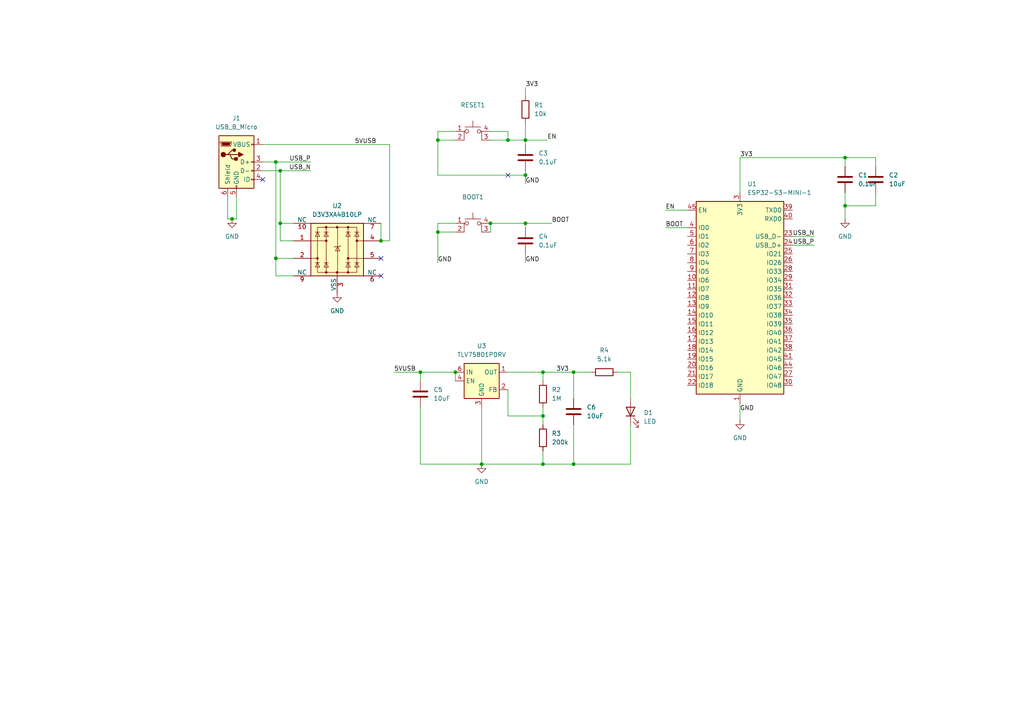
<source format=kicad_sch>
(kicad_sch (version 20250114) (generator "eeschema") (generator_version "9.0")
  (paper "A4")
  (title_block (title "Preditable Designs tutorial ESP32 PCB") (rev "rev 1.0"))
  (lib_symbols
    (symbol "Connector:USB_B_Micro" (pin_names (offset 1.016))
      (property "Reference" "J" (at -5.08 11.43 0))
      (property "Value" "USB_B_Micro" (at -5.08 8.89 0))
      (symbol "USB_B_Micro_0_1"
        (rectangle (start -5.08 -7.62) (end 5.08 7.62) (stroke (width 0.254)) (fill (type background)))
        (polyline (pts (xy -4.699 5.842) (xy -4.699 5.588) (xy -4.445 4.826) (xy -4.445 4.572) (xy -1.651 4.572) (xy -1.651 4.826) (xy -1.397 5.588) (xy -1.397 5.842) (xy -4.699 5.842)))
        (polyline (pts (xy -4.318 5.588) (xy -1.778 5.588) (xy -2.032 4.826) (xy -4.064 4.826) (xy -4.318 5.588)) (fill (type outline)))
        (circle (center -3.81 2.159) (radius 0.635) (stroke (width 0.254)) (fill (type outline)))
        (polyline (pts (xy -3.175 2.159) (xy -2.54 2.159) (xy -1.27 3.429) (xy -0.635 3.429)) (stroke (width 0.254)))
        (polyline (pts (xy -2.54 2.159) (xy -1.905 2.159) (xy -1.27 0.889) (xy 0 0.889)) (stroke (width 0.254)))
        (polyline (pts (xy -1.905 2.159) (xy 0.635 2.159)) (stroke (width 0.254)))
        (circle (center -0.635 3.429) (radius 0.381) (stroke (width 0.254)) (fill (type outline)))
        (rectangle (start -0.127 -7.62) (end 0.127 -6.858))
        (rectangle (start 0.254 1.27) (end -0.508 0.508) (stroke (width 0.254)) (fill (type outline)))
        (polyline (pts (xy 0.635 2.794) (xy 0.635 1.524) (xy 1.905 2.159) (xy 0.635 2.794)) (stroke (width 0.254)) (fill (type outline)))
        (rectangle (start 5.08 4.953) (end 4.318 5.207))
        (rectangle (start 5.08 -0.127) (end 4.318 0.127))
        (rectangle (start 5.08 -2.667) (end 4.318 -2.413))
        (rectangle (start 5.08 -5.207) (end 4.318 -4.953))
      )
      (symbol "USB_B_Micro_1_1"
        (pin passive line (at -2.54 -10.16 90) (length 2.54) (name "Shield") (number "6"))
        (pin power_out line (at 0 -10.16 90) (length 2.54) (name "GND") (number "5"))
        (pin power_out line (at 7.62 5.08 180) (length 2.54) (name "VBUS") (number "1"))
        (pin bidirectional line (at 7.62 0 180) (length 2.54) (name "D+") (number "3"))
        (pin bidirectional line (at 7.62 -2.54 180) (length 2.54) (name "D-") (number "2"))
        (pin passive line (at 7.62 -5.08 180) (length 2.54) (name "ID") (number "4"))
      )
    )
    (symbol "Device:C" (pin_numbers (hide yes)) (pin_names (offset 0.254))
      (property "Reference" "C" (at 0.635 2.54 0))
      (property "Value" "C" (at 0.635 -2.54 0))
      (symbol "C_0_1"
        (polyline (pts (xy -2.032 0.762) (xy 2.032 0.762)) (stroke (width 0.508)))
        (polyline (pts (xy -2.032 -0.762) (xy 2.032 -0.762)) (stroke (width 0.508)))
      )
      (symbol "C_1_1"
        (pin passive line (at 0 3.81 270) (length 2.794) (name "~") (number "1"))
        (pin passive line (at 0 -3.81 90) (length 2.794) (name "~") (number "2"))
      )
    )
    (symbol "Device:LED" (pin_numbers (hide yes)) (pin_names (offset 1.016) (hide yes))
      (property "Reference" "D" (at 0 2.54 0))
      (property "Value" "LED" (at 0 -2.54 0))
      (symbol "LED_0_1"
        (polyline (pts (xy -3.048 -0.762) (xy -4.572 -2.286) (xy -3.81 -2.286) (xy -4.572 -2.286) (xy -4.572 -1.524)))
        (polyline (pts (xy -1.778 -0.762) (xy -3.302 -2.286) (xy -2.54 -2.286) (xy -3.302 -2.286) (xy -3.302 -1.524)))
        (polyline (pts (xy -1.27 0) (xy 1.27 0)))
        (polyline (pts (xy -1.27 -1.27) (xy -1.27 1.27)) (stroke (width 0.254)))
        (polyline (pts (xy 1.27 -1.27) (xy 1.27 1.27) (xy -1.27 0) (xy 1.27 -1.27)) (stroke (width 0.254)))
      )
      (symbol "LED_1_1"
        (pin passive line (at -3.81 0 0) (length 2.54) (name "K") (number "1"))
        (pin passive line (at 3.81 0 180) (length 2.54) (name "A") (number "2"))
      )
    )
    (symbol "Device:R" (pin_numbers (hide yes)) (pin_names (offset 0))
      (property "Reference" "R" (at 2.032 0 90))
      (property "Value" "R" (at 0 0 90))
      (symbol "R_0_1"
        (rectangle (start -1.016 -2.54) (end 1.016 2.54) (stroke (width 0.254)))
      )
      (symbol "R_1_1"
        (pin passive line (at 0 3.81 270) (length 1.27) (name "~") (number "1"))
        (pin passive line (at 0 -3.81 90) (length 1.27) (name "~") (number "2"))
      )
    )
    (symbol "Power_Protection:D3V3XA4B10LP" (pin_names (offset 0))
      (property "Reference" "U" (at -0.635 8.89 0))
      (property "Value" "D3V3XA4B10LP" (at 8.89 -10.16 0))
      (symbol "D3V3XA4B10LP_0_0"
        (rectangle (start -5.715 6.477) (end 5.715 -6.604))
        (polyline (pts (xy -3.175 -6.604) (xy -3.175 6.477)))
        (polyline (pts (xy 0.127 6.477) (xy 0.127 -6.604)))
        (polyline (pts (xy 3.175 6.477) (xy 3.175 -6.604)))
      )
      (symbol "D3V3XA4B10LP_0_1"
        (polyline (pts (xy -7.747 2.54) (xy -3.175 2.54)))
        (rectangle (start -7.62 7.62) (end 7.62 -7.62) (stroke (width 0.254)) (fill (type background)))
        (polyline (pts (xy -7.62 -2.54) (xy -5.715 -2.54)))
        (circle (center -5.715 -2.54) (radius 0.2794) (fill (type outline)))
        (polyline (pts (xy -5.08 5.08) (xy -6.35 5.08)))
        (polyline (pts (xy -5.08 3.81) (xy -6.35 3.81) (xy -5.715 5.08) (xy -5.08 3.81)))
        (polyline (pts (xy -5.08 -3.81) (xy -6.35 -3.81)))
        (polyline (pts (xy -5.08 -5.08) (xy -6.35 -5.08) (xy -5.715 -3.81) (xy -5.08 -5.08)))
        (circle (center -3.175 6.477) (radius 0.2794) (fill (type outline)))
        (circle (center -3.175 2.54) (radius 0.2794) (fill (type outline)))
        (circle (center -3.175 -6.604) (radius 0.2794) (fill (type outline)))
        (polyline (pts (xy -2.54 5.08) (xy -3.81 5.08)))
        (polyline (pts (xy -2.54 3.81) (xy -3.81 3.81) (xy -3.175 5.08) (xy -2.54 3.81)))
        (polyline (pts (xy -2.54 -3.81) (xy -3.81 -3.81)))
        (polyline (pts (xy -2.54 -5.08) (xy -3.81 -5.08) (xy -3.175 -3.81) (xy -2.54 -5.08)))
        (polyline (pts (xy -0.508 0.889) (xy -0.889 0.635)))
        (circle (center 0 6.477) (radius 0.2794) (fill (type outline)))
        (polyline (pts (xy 0 -6.604) (xy 0 -7.62)))
        (circle (center 0 -6.604) (radius 0.2794) (fill (type outline)))
        (polyline (pts (xy 0.762 0.889) (xy -0.508 0.889)))
        (polyline (pts (xy 0.762 0.889) (xy 1.143 1.143)))
        (polyline (pts (xy 0.762 -0.381) (xy -0.508 -0.381) (xy 0.127 0.889) (xy 0.762 -0.381)))
        (circle (center 3.175 6.477) (radius 0.2794) (fill (type outline)))
        (circle (center 3.175 -2.54) (radius 0.2794) (fill (type outline)))
        (circle (center 3.175 -6.604) (radius 0.2794) (fill (type outline)))
        (polyline (pts (xy 3.81 5.08) (xy 2.54 5.08)))
        (polyline (pts (xy 3.81 3.81) (xy 2.54 3.81) (xy 3.175 5.08) (xy 3.81 3.81)))
        (polyline (pts (xy 3.81 -3.81) (xy 2.54 -3.81)))
        (polyline (pts (xy 3.81 -5.08) (xy 2.54 -5.08) (xy 3.175 -3.81) (xy 3.81 -5.08)))
        (circle (center 5.715 2.54) (radius 0.2794) (fill (type outline)))
        (polyline (pts (xy 6.35 5.08) (xy 5.08 5.08)))
        (polyline (pts (xy 6.35 3.81) (xy 5.08 3.81) (xy 5.715 5.08) (xy 6.35 3.81)))
        (polyline (pts (xy 6.35 -3.81) (xy 5.08 -3.81)))
        (polyline (pts (xy 6.35 -5.08) (xy 5.08 -5.08) (xy 5.715 -3.81) (xy 6.35 -5.08)))
        (polyline (pts (xy 7.62 2.54) (xy 5.715 2.54)))
        (polyline (pts (xy 7.62 -2.54) (xy 3.175 -2.54)))
      )
      (symbol "D3V3XA4B10LP_1_1"
        (pin free line (at -12.7 7.62 0) (length 5.08) (name "NC") (number "10"))
        (pin passive line (at -12.7 2.54 0) (length 5.08) (name "~") (number "1"))
        (pin passive line (at -12.7 -2.54 0) (length 5.08) (name "~") (number "2"))
        (pin free line (at -12.7 -7.62 0) (length 5.08) (name "NC") (number "9"))
        (pin power_in line (at 0 -12.7 90) (length 5.08) (name "VSS") (number "3"))
        (pin passive line (at 0 -12.7 90) (length 5.08) (hide yes) (name "VSS") (number "8"))
        (pin free line (at 12.7 7.62 180) (length 5.08) (name "NC") (number "7"))
        (pin passive line (at 12.7 2.54 180) (length 5.08) (name "~") (number "4"))
        (pin passive line (at 12.7 -2.54 180) (length 5.08) (name "~") (number "5"))
        (pin free line (at 12.7 -7.62 180) (length 5.08) (name "NC") (number "6"))
      )
    )
    (symbol "RF_Module:ESP32-S3-MINI-1"
      (property "Reference" "U" (at -11.43 29.21 0))
      (property "Value" "ESP32-S3-MINI-1" (at 12.7 29.21 0))
      (symbol "ESP32-S3-MINI-1_0_1"
        (rectangle (start -12.7 27.94) (end 12.7 -27.94) (stroke (width 0.254)) (fill (type background)))
      )
      (symbol "ESP32-S3-MINI-1_1_1"
        (pin input line (at -15.24 25.4 0) (length 2.54) (name "EN") (number "45"))
        (pin bidirectional line (at -15.24 20.32 0) (length 2.54) (name "IO0") (number "4"))
        (pin bidirectional line (at -15.24 17.78 0) (length 2.54) (name "IO1") (number "5"))
        (pin bidirectional line (at -15.24 15.24 0) (length 2.54) (name "IO2") (number "6"))
        (pin bidirectional line (at -15.24 12.7 0) (length 2.54) (name "IO3") (number "7"))
        (pin bidirectional line (at -15.24 10.16 0) (length 2.54) (name "IO4") (number "8"))
        (pin bidirectional line (at -15.24 7.62 0) (length 2.54) (name "IO5") (number "9"))
        (pin bidirectional line (at -15.24 5.08 0) (length 2.54) (name "IO6") (number "10"))
        (pin bidirectional line (at -15.24 2.54 0) (length 2.54) (name "IO7") (number "11"))
        (pin bidirectional line (at -15.24 0 0) (length 2.54) (name "IO8") (number "12"))
        (pin bidirectional line (at -15.24 -2.54 0) (length 2.54) (name "IO9") (number "13"))
        (pin bidirectional line (at -15.24 -5.08 0) (length 2.54) (name "IO10") (number "14"))
        (pin bidirectional line (at -15.24 -7.62 0) (length 2.54) (name "IO11") (number "15"))
        (pin bidirectional line (at -15.24 -10.16 0) (length 2.54) (name "IO12") (number "16"))
        (pin bidirectional line (at -15.24 -12.7 0) (length 2.54) (name "IO13") (number "17"))
        (pin bidirectional line (at -15.24 -15.24 0) (length 2.54) (name "IO14") (number "18"))
        (pin bidirectional line (at -15.24 -17.78 0) (length 2.54) (name "IO15") (number "19"))
        (pin bidirectional line (at -15.24 -20.32 0) (length 2.54) (name "IO16") (number "20"))
        (pin bidirectional line (at -15.24 -22.86 0) (length 2.54) (name "IO17") (number "21"))
        (pin bidirectional line (at -15.24 -25.4 0) (length 2.54) (name "IO18") (number "22"))
        (pin power_in line (at 0 30.48 270) (length 2.54) (name "3V3") (number "3"))
        (pin power_in line (at 0 -30.48 90) (length 2.54) (name "GND") (number "1"))
        (pin passive line (at 0 -30.48 90) (length 2.54) (hide yes) (name "GND") (number "2"))
        (pin passive line (at 0 -30.48 90) (length 2.54) (hide yes) (name "GND") (number "42"))
        (pin passive line (at 0 -30.48 90) (length 2.54) (hide yes) (name "GND") (number "43"))
        (pin passive line (at 0 -30.48 90) (length 2.54) (hide yes) (name "GND") (number "46"))
        (pin passive line (at 0 -30.48 90) (length 2.54) (hide yes) (name "GND") (number "47"))
        (pin passive line (at 0 -30.48 90) (length 2.54) (hide yes) (name "GND") (number "48"))
        (pin passive line (at 0 -30.48 90) (length 2.54) (hide yes) (name "GND") (number "49"))
        (pin passive line (at 0 -30.48 90) (length 2.54) (hide yes) (name "GND") (number "50"))
        (pin passive line (at 0 -30.48 90) (length 2.54) (hide yes) (name "GND") (number "51"))
        (pin passive line (at 0 -30.48 90) (length 2.54) (hide yes) (name "GND") (number "52"))
        (pin passive line (at 0 -30.48 90) (length 2.54) (hide yes) (name "GND") (number "53"))
        (pin passive line (at 0 -30.48 90) (length 2.54) (hide yes) (name "GND") (number "54"))
        (pin passive line (at 0 -30.48 90) (length 2.54) (hide yes) (name "GND") (number "55"))
        (pin passive line (at 0 -30.48 90) (length 2.54) (hide yes) (name "GND") (number "56"))
        (pin passive line (at 0 -30.48 90) (length 2.54) (hide yes) (name "GND") (number "57"))
        (pin passive line (at 0 -30.48 90) (length 2.54) (hide yes) (name "GND") (number "58"))
        (pin passive line (at 0 -30.48 90) (length 2.54) (hide yes) (name "GND") (number "59"))
        (pin passive line (at 0 -30.48 90) (length 2.54) (hide yes) (name "GND") (number "60"))
        (pin passive line (at 0 -30.48 90) (length 2.54) (hide yes) (name "GND") (number "61"))
        (pin passive line (at 0 -30.48 90) (length 2.54) (hide yes) (name "GND") (number "62"))
        (pin passive line (at 0 -30.48 90) (length 2.54) (hide yes) (name "GND") (number "63"))
        (pin passive line (at 0 -30.48 90) (length 2.54) (hide yes) (name "GND") (number "64"))
        (pin passive line (at 0 -30.48 90) (length 2.54) (hide yes) (name "GND") (number "65"))
        (pin bidirectional line (at 15.24 25.4 180) (length 2.54) (name "TXD0") (number "39"))
        (pin bidirectional line (at 15.24 22.86 180) (length 2.54) (name "RXD0") (number "40"))
        (pin bidirectional line (at 15.24 17.78 180) (length 2.54) (name "USB_D-") (number "23"))
        (pin bidirectional line (at 15.24 15.24 180) (length 2.54) (name "USB_D+") (number "24"))
        (pin bidirectional line (at 15.24 12.7 180) (length 2.54) (name "IO21") (number "25"))
        (pin bidirectional line (at 15.24 10.16 180) (length 2.54) (name "IO26") (number "26"))
        (pin bidirectional line (at 15.24 7.62 180) (length 2.54) (name "IO33") (number "28"))
        (pin bidirectional line (at 15.24 5.08 180) (length 2.54) (name "IO34") (number "29"))
        (pin bidirectional line (at 15.24 2.54 180) (length 2.54) (name "IO35") (number "31"))
        (pin bidirectional line (at 15.24 0 180) (length 2.54) (name "IO36") (number "32"))
        (pin bidirectional line (at 15.24 -2.54 180) (length 2.54) (name "IO37") (number "33"))
        (pin bidirectional line (at 15.24 -5.08 180) (length 2.54) (name "IO38") (number "34"))
        (pin bidirectional line (at 15.24 -7.62 180) (length 2.54) (name "IO39") (number "35"))
        (pin bidirectional line (at 15.24 -10.16 180) (length 2.54) (name "IO40") (number "36"))
        (pin bidirectional line (at 15.24 -12.7 180) (length 2.54) (name "IO41") (number "37"))
        (pin bidirectional line (at 15.24 -15.24 180) (length 2.54) (name "IO42") (number "38"))
        (pin bidirectional line (at 15.24 -17.78 180) (length 2.54) (name "IO45") (number "41"))
        (pin bidirectional line (at 15.24 -20.32 180) (length 2.54) (name "IO46") (number "44"))
        (pin bidirectional line (at 15.24 -22.86 180) (length 2.54) (name "IO47") (number "27"))
        (pin bidirectional line (at 15.24 -25.4 180) (length 2.54) (name "IO48") (number "30"))
      )
    )
    (symbol "Regulator_Linear:TLV75801PDRV"
      (property "Reference" "U" (at -3.81 6.35 0))
      (property "Value" "TLV75801PDRV" (at 0 6.35 0))
      (symbol "TLV75801PDRV_0_1"
        (rectangle (start 5.08 -5.08) (end -5.08 5.08) (stroke (width 0.254)) (fill (type background)))
      )
      (symbol "TLV75801PDRV_1_1"
        (pin power_in line (at -7.62 2.54 0) (length 2.54) (name "IN") (number "6"))
        (pin input line (at -7.62 0 0) (length 2.54) (name "EN") (number "4"))
        (pin power_in line (at 0 -7.62 90) (length 2.54) (name "GND") (number "3"))
        (pin passive line (at 0 -7.62 90) (length 2.54) (hide yes) (name "GND") (number "7"))
        (pin no_connect line (at 5.08 0 180) (length 2.54) (hide yes) (name "DNC") (number "5"))
        (pin power_out line (at 7.62 2.54 180) (length 2.54) (name "OUT") (number "1"))
        (pin input line (at 7.62 -2.54 180) (length 2.54) (name "FB") (number "2"))
      )
    )
    (symbol "Switch:SW_MEC_5E" (pin_names (offset 1.016) (hide yes))
      (property "Reference" "SW" (at 0.635 5.715 0))
      (property "Value" "SW_MEC_5E" (at 0 -3.175 0))
      (symbol "SW_MEC_5E_0_1"
        (polyline (pts (xy -2.54 0) (xy -2.54 2.54) (xy -2.286 2.54)))
        (polyline (pts (xy -2.286 3.81) (xy 2.286 3.81)))
        (circle (center -1.778 2.54) (radius 0.508))
        (polyline (pts (xy 0 3.81) (xy 0 5.588)))
        (circle (center 1.778 2.54) (radius 0.508))
        (polyline (pts (xy 2.54 0) (xy 2.54 2.54) (xy 2.286 2.54)))
        (pin passive line (at -5.08 2.54 0) (length 2.54) (name "1") (number "1"))
        (pin passive line (at -5.08 0 0) (length 2.54) (name "2") (number "2"))
        (pin passive line (at 5.08 2.54 180) (length 2.54) (name "A") (number "4"))
        (pin passive line (at 5.08 0 180) (length 2.54) (name "K") (number "3"))
      )
    )
    (symbol "power:GND" (power) (pin_numbers (hide yes)) (pin_names (offset 0) (hide yes))
      (property "Value" "GND" (at 0 -3.81 0))
      (symbol "GND_0_1"
        (polyline (pts (xy 0 0) (xy 0 -1.27) (xy 1.27 -1.27) (xy 0 -2.54) (xy -1.27 -1.27) (xy 0 -1.27)))
      )
      (symbol "GND_1_1"
        (pin power_in line (at 0 0 270) (length 0) (name "~") (number "1"))
      )
    )
  )
  (junction (at 152.4 40.64))
  (junction (at 152.4 64.77))
  (junction (at 127 40.64))
  (junction (at 142.24 64.77))
  (junction (at 132.08 107.95))
  (junction (at 166.37 107.95))
  (junction (at 157.48 107.95))
  (junction (at 157.48 134.62))
  (junction (at 152.4 50.8))
  (junction (at 157.48 120.65))
  (junction (at 110.49 69.85))
  (junction (at 80.01 46.99))
  (junction (at 147.32 40.64))
  (junction (at 80.01 74.93))
  (junction (at 245.11 45.72))
  (junction (at 166.37 134.62))
  (junction (at 139.7 134.62))
  (junction (at 81.28 49.53))
  (junction (at 245.11 59.69))
  (junction (at 121.92 107.95))
  (junction (at 127 67.31))
  (junction (at 67.31 63.5))
  (junction (at 81.28 64.77))
  (no_connect (at 110.49 80.01))
  (no_connect (at 76.2 52.07))
  (no_connect (at 147.32 50.8))
  (no_connect (at 110.49 74.93))
  (wire (pts (xy 121.92 107.95) (xy 121.92 110.49)))
  (wire (pts (xy 80.01 46.99) (xy 90.17 46.99)))
  (wire (pts (xy 121.92 118.11) (xy 121.92 134.62)))
  (wire (pts (xy 76.2 46.99) (xy 80.01 46.99)))
  (wire (pts (xy 81.28 49.53) (xy 90.17 49.53)))
  (wire (pts (xy 254 45.72) (xy 254 48.26)))
  (wire (pts (xy 193.04 60.96) (xy 199.39 60.96)))
  (wire (pts (xy 152.4 40.64) (xy 158.75 40.64)))
  (wire (pts (xy 110.49 64.77) (xy 110.49 69.85)))
  (wire (pts (xy 229.87 68.58) (xy 236.22 68.58)))
  (wire (pts (xy 245.11 55.88) (xy 245.11 59.69)))
  (wire (pts (xy 85.09 80.01) (xy 80.01 80.01)))
  (wire (pts (xy 66.04 63.5) (xy 67.31 63.5)))
  (wire (pts (xy 214.63 55.88) (xy 214.63 45.72)))
  (wire (pts (xy 152.4 25.4) (xy 152.4 27.94)))
  (wire (pts (xy 127 40.64) (xy 127 50.8)))
  (wire (pts (xy 147.32 38.1) (xy 147.32 40.64)))
  (wire (pts (xy 179.07 107.95) (xy 182.88 107.95)))
  (wire (pts (xy 157.48 130.81) (xy 157.48 134.62)))
  (wire (pts (xy 85.09 69.85) (xy 81.28 69.85)))
  (wire (pts (xy 121.92 107.95) (xy 132.08 107.95)))
  (wire (pts (xy 193.04 66.04) (xy 199.39 66.04)))
  (wire (pts (xy 152.4 64.77) (xy 160.02 64.77)))
  (wire (pts (xy 142.24 40.64) (xy 147.32 40.64)))
  (wire (pts (xy 142.24 64.77) (xy 142.24 67.31)))
  (wire (pts (xy 166.37 134.62) (xy 157.48 134.62)))
  (wire (pts (xy 166.37 107.95) (xy 166.37 115.57)))
  (wire (pts (xy 147.32 107.95) (xy 157.48 107.95)))
  (wire (pts (xy 127 67.31) (xy 132.08 67.31)))
  (wire (pts (xy 113.03 41.91) (xy 113.03 69.85)))
  (wire (pts (xy 147.32 113.03) (xy 147.32 120.65)))
  (wire (pts (xy 157.48 120.65) (xy 157.48 123.19)))
  (wire (pts (xy 214.63 116.84) (xy 214.63 121.92)))
  (wire (pts (xy 182.88 107.95) (xy 182.88 115.57)))
  (wire (pts (xy 157.48 134.62) (xy 139.7 134.62)))
  (wire (pts (xy 132.08 107.95) (xy 132.08 110.49)))
  (wire (pts (xy 245.11 59.69) (xy 254 59.69)))
  (wire (pts (xy 152.4 73.66) (xy 152.4 76.2)))
  (wire (pts (xy 76.2 49.53) (xy 81.28 49.53)))
  (wire (pts (xy 127 64.77) (xy 127 67.31)))
  (wire (pts (xy 157.48 120.65) (xy 157.48 118.11)))
  (wire (pts (xy 68.58 57.15) (xy 68.58 63.5)))
  (wire (pts (xy 66.04 57.15) (xy 66.04 63.5)))
  (wire (pts (xy 142.24 38.1) (xy 147.32 38.1)))
  (wire (pts (xy 147.32 40.64) (xy 152.4 40.64)))
  (wire (pts (xy 80.01 46.99) (xy 80.01 74.93)))
  (wire (pts (xy 214.63 45.72) (xy 245.11 45.72)))
  (wire (pts (xy 152.4 50.8) (xy 152.4 53.34)))
  (wire (pts (xy 245.11 45.72) (xy 245.11 48.26)))
  (wire (pts (xy 166.37 107.95) (xy 171.45 107.95)))
  (wire (pts (xy 229.87 71.12) (xy 236.22 71.12)))
  (wire (pts (xy 80.01 80.01) (xy 80.01 74.93)))
  (wire (pts (xy 152.4 40.64) (xy 152.4 41.91)))
  (wire (pts (xy 113.03 69.85) (xy 110.49 69.85)))
  (wire (pts (xy 81.28 49.53) (xy 81.28 64.77)))
  (wire (pts (xy 152.4 49.53) (xy 152.4 50.8)))
  (wire (pts (xy 132.08 38.1) (xy 127 38.1)))
  (wire (pts (xy 142.24 64.77) (xy 152.4 64.77)))
  (wire (pts (xy 81.28 64.77) (xy 85.09 64.77)))
  (wire (pts (xy 147.32 120.65) (xy 157.48 120.65)))
  (wire (pts (xy 152.4 64.77) (xy 152.4 66.04)))
  (wire (pts (xy 157.48 107.95) (xy 166.37 107.95)))
  (wire (pts (xy 152.4 35.56) (xy 152.4 40.64)))
  (wire (pts (xy 127 40.64) (xy 132.08 40.64)))
  (wire (pts (xy 182.88 134.62) (xy 166.37 134.62)))
  (wire (pts (xy 127 38.1) (xy 127 40.64)))
  (wire (pts (xy 132.08 64.77) (xy 127 64.77)))
  (wire (pts (xy 67.31 63.5) (xy 68.58 63.5)))
  (wire (pts (xy 245.11 59.69) (xy 245.11 63.5)))
  (wire (pts (xy 127 50.8) (xy 152.4 50.8)))
  (wire (pts (xy 81.28 64.77) (xy 81.28 69.85)))
  (wire (pts (xy 182.88 123.19) (xy 182.88 134.62)))
  (wire (pts (xy 166.37 123.19) (xy 166.37 134.62)))
  (wire (pts (xy 127 67.31) (xy 127 76.2)))
  (wire (pts (xy 76.2 41.91) (xy 113.03 41.91)))
  (wire (pts (xy 245.11 45.72) (xy 254 45.72)))
  (wire (pts (xy 85.09 74.93) (xy 80.01 74.93)))
  (wire (pts (xy 254 55.88) (xy 254 59.69)))
  (wire (pts (xy 114.3 107.95) (xy 121.92 107.95)))
  (wire (pts (xy 139.7 118.11) (xy 139.7 134.62)))
  (wire (pts (xy 157.48 107.95) (xy 157.48 110.49)))
  (wire (pts (xy 121.92 134.62) (xy 139.7 134.62)))
  (label "USB_P" (at 236.22 71.12 180))
  (label "GND" (at 152.4 53.34 0))
  (label "5VUSB" (at 114.3 107.95 0))
  (label "GND" (at 127 76.2 0))
  (label "USB_N" (at 90.17 49.53 180))
  (label "3V3" (at 161.29 107.95 0))
  (label "GND" (at 152.4 76.2 0))
  (label "3V3" (at 152.4 25.4 0))
  (label "5VUSB" (at 102.87 41.91 0))
  (label "EN" (at 193.04 60.96 0) (effects (font (thickness 0.1588))))
  (label "USB_P" (at 90.17 46.99 180))
  (label "EN" (at 158.75 40.64 0))
  (label "USB_N" (at 236.22 68.58 180))
  (label "GND" (at 214.63 119.38 0))
  (label "3V3" (at 214.63 45.72 0))
  (label "BOOT" (at 160.02 64.77 0))
  (label "BOOT" (at 193.04 66.04 0))
  (symbol (lib_id "Device:C") (at 121.92 114.3 0) (unit 1)
    (property "Reference" "C5" (at 125.73 113.0299 0) (effects (justify left)))
    (property "Value" "10uF" (at 125.73 115.5699 0) (effects (justify left)))
    (property "Description" "Unpolarized capacitor" (effects (hide yes)))
  )
  (symbol (lib_id "Device:C") (at 254 52.07 0) (unit 1)
    (property "Reference" "C2" (at 257.81 50.7999 0) (effects (justify left)))
    (property "Value" "10uF" (at 257.81 53.3399 0) (effects (justify left)))
    (property "Description" "Unpolarized capacitor" (effects (hide yes)))
  )
  (symbol (lib_id "Device:R") (at 157.48 127 0) (unit 1)
    (property "Reference" "R3" (at 160.02 125.7299 0) (effects (justify left)))
    (property "Value" "200k" (at 160.02 128.2699 0) (effects (justify left)))
    (property "Description" "Resistor" (effects (hide yes)))
  )
  (symbol (lib_id "Regulator_Linear:TLV75801PDRV") (at 139.7 110.49 0) (unit 1)
    (property "Reference" "U3" (at 139.7 100.33 0))
    (property "Value" "TLV75801PDRV" (at 139.7 102.87 0))
    (property "Footprint" "Package_SON:WSON-6-1EP_2x2mm_P0.65mm_EP1x1.6mm" (effects (hide yes)))
    (property "Datasheet" "https://www.ti.com/lit/ds/symlink/tlv758p.pdf" (effects (hide yes)))
    (property "Description" "500mA Low-Dropout Linear Regulator, Adjustable Output, WSON-6" (effects (hide yes)))
  )
  (symbol (lib_id "Connector:USB_B_Micro") (at 68.58 46.99 0) (unit 1)
    (property "Reference" "J1" (at 68.58 34.29 0))
    (property "Value" "USB_B_Micro" (at 68.58 36.83 0))
    (property "Description" "USB Micro Type B connector" (effects (hide yes)))
  )
  (symbol (lib_id "Device:C") (at 166.37 119.38 0) (unit 1)
    (property "Reference" "C6" (at 170.18 118.1099 0) (effects (justify left)))
    (property "Value" "10uF" (at 170.18 120.6499 0) (effects (justify left)))
    (property "Description" "Unpolarized capacitor" (effects (hide yes)))
  )
  (symbol (lib_id "Switch:SW_MEC_5E") (at 137.16 40.64 0) (unit 1)
    (property "Reference" "RESET1" (at 137.16 30.48 0))
    (property "Value" "SW_MEC_5E" (effects (hide yes)))
    (property "Datasheet" "http://www.apem.com/int/index.php?controller=attachment&id_attachment=1371" (effects (hide yes)))
    (property "Description" "MEC 5E single pole normally-open tactile switch" (effects (hide yes)))
  )
  (symbol (lib_id "Device:C") (at 152.4 69.85 0) (unit 1)
    (property "Reference" "C4" (at 156.21 68.5799 0) (effects (justify left)))
    (property "Value" "0.1uF" (at 156.21 71.1199 0) (effects (justify left)))
    (property "Description" "Unpolarized capacitor" (effects (hide yes)))
  )
  (symbol (lib_id "Device:R") (at 152.4 31.75 0) (unit 1)
    (property "Reference" "R1" (at 154.94 30.4799 0) (effects (justify left)))
    (property "Value" "10k" (at 154.94 33.0199 0) (effects (justify left)))
    (property "Description" "Resistor" (effects (hide yes)))
  )
  (symbol (lib_id "power:GND") (at 245.11 63.5 0) (unit 1)
    (property "Reference" "#PWR01" (effects (hide yes)))
    (property "Value" "GND" (at 245.11 68.58 0))
    (property "Description" "Power symbol creates a global label with name \"GND\" , ground" (effects (hide yes)))
  )
  (symbol (lib_id "Switch:SW_MEC_5E") (at 137.16 67.31 0) (unit 1)
    (property "Reference" "BOOT1" (at 137.16 57.15 0))
    (property "Value" "SW_MEC_5E" (effects (hide yes)))
    (property "Datasheet" "http://www.apem.com/int/index.php?controller=attachment&id_attachment=1371" (effects (hide yes)))
    (property "Description" "MEC 5E single pole normally-open tactile switch" (effects (hide yes)))
  )
  (symbol (lib_id "Device:C") (at 245.11 52.07 0) (unit 1)
    (property "Reference" "C1" (at 248.92 50.7999 0) (effects (justify left)))
    (property "Value" "0.1uF" (at 248.92 53.3399 0) (effects (justify left)))
    (property "Description" "Unpolarized capacitor" (effects (hide yes)))
  )
  (symbol (lib_id "power:GND") (at 214.63 121.92 0) (unit 1)
    (property "Reference" "#PWR02" (effects (hide yes)))
    (property "Value" "GND" (at 214.63 127 0))
    (property "Description" "Power symbol creates a global label with name \"GND\" , ground" (effects (hide yes)))
  )
  (symbol (lib_id "RF_Module:ESP32-S3-MINI-1") (at 214.63 86.36 0) (unit 1)
    (property "Reference" "U1" (at 216.7733 53.34 0) (effects (justify left)))
    (property "Value" "ESP32-S3-MINI-1" (at 216.7733 55.88 0) (effects (justify left)))
    (property "Footprint" "RF_Module:ESP32-S2-MINI-1" (effects (hide yes)))
    (property "Datasheet" "https://www.espressif.com/sites/default/files/documentation/esp32-s3-mini-1_mini-1u_datasheet_en.pdf" (effects (hide yes)))
    (property "Description" "RF Module, ESP32-S3 SoC, Wi-Fi 802.11b/g/n, Bluetooth, BLE, 32-bit, 3.3V, SMD, onboard antenna" (effects (hide yes)))
  )
  (symbol (lib_id "power:GND") (at 139.7 134.62 0) (unit 1)
    (property "Reference" "#PWR05" (effects (hide yes)))
    (property "Value" "GND" (at 139.7 139.7 0))
    (property "Description" "Power symbol creates a global label with name \"GND\" , ground" (effects (hide yes)))
  )
  (symbol (lib_id "Device:C") (at 152.4 45.72 0) (unit 1)
    (property "Reference" "C3" (at 156.21 44.4499 0) (effects (justify left)))
    (property "Value" "0.1uF" (at 156.21 46.9899 0) (effects (justify left)))
    (property "Description" "Unpolarized capacitor" (effects (hide yes)))
  )
  (symbol (lib_id "Device:R") (at 175.26 107.95 270) (unit 1)
    (property "Reference" "R4" (at 175.26 101.6 90))
    (property "Value" "5.1k" (at 175.26 104.14 90))
    (property "Description" "Resistor" (effects (hide yes)))
  )
  (symbol (lib_id "Device:LED") (at 182.88 119.38 90) (unit 1)
    (property "Reference" "D1" (at 186.69 119.6974 90) (effects (justify right)))
    (property "Value" "LED" (at 186.69 122.2374 90) (effects (justify right)))
    (property "Description" "Light emitting diode" (effects (hide yes)))
    (property "Sim.Pins" "1=K 2=A" (effects (hide yes)))
  )
  (symbol (lib_id "power:GND") (at 97.79 85.09 0) (unit 1)
    (property "Reference" "#PWR04" (effects (hide yes)))
    (property "Value" "GND" (at 97.79 90.17 0))
    (property "Description" "Power symbol creates a global label with name \"GND\" , ground" (effects (hide yes)))
  )
  (symbol (lib_id "Device:R") (at 157.48 114.3 0) (unit 1)
    (property "Reference" "R2" (at 160.02 113.0299 0) (effects (justify left)))
    (property "Value" "1M" (at 160.02 115.5699 0) (effects (justify left)))
    (property "Description" "Resistor" (effects (hide yes)))
  )
  (symbol (lib_id "Power_Protection:D3V3XA4B10LP") (at 97.79 72.39 0) (unit 1)
    (property "Reference" "U2" (at 97.79 59.69 0))
    (property "Value" "D3V3XA4B10LP" (at 97.79 62.23 0))
    (property "Footprint" "Package_DFN_QFN:Diodes_UDFN-10_1.0x2.5mm_P0.5mm" (effects (hide yes)))
    (property "Datasheet" "https://www.diodes.com/assets/Datasheets/D3V3XA4B10LP.pdf" (effects (hide yes)))
    (property "Description" "4-Channel Low Capacitance TVS Diode Array, DFN-10" (effects (hide yes)))
  )
  (symbol (lib_id "power:GND") (at 67.31 63.5 0) (unit 1)
    (property "Reference" "#PWR03" (effects (hide yes)))
    (property "Value" "GND" (at 67.31 68.58 0))
    (property "Description" "Power symbol creates a global label with name \"GND\" , ground" (effects (hide yes)))
  )
)
</source>
